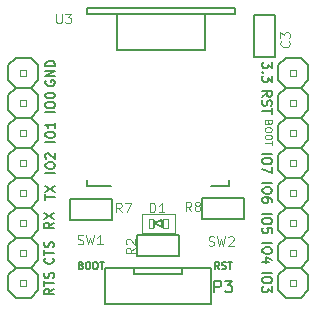
<source format=gto>
G04 #@! TF.GenerationSoftware,KiCad,Pcbnew,(5.1.0)-1*
G04 #@! TF.CreationDate,2019-05-23T22:12:47+09:00*
G04 #@! TF.ProjectId,ble5,626c6535-2e6b-4696-9361-645f70636258,v1.4*
G04 #@! TF.SameCoordinates,Original*
G04 #@! TF.FileFunction,Legend,Top*
G04 #@! TF.FilePolarity,Positive*
%FSLAX46Y46*%
G04 Gerber Fmt 4.6, Leading zero omitted, Abs format (unit mm)*
G04 Created by KiCad (PCBNEW (5.1.0)-1) date 2019-05-23 22:12:47*
%MOMM*%
%LPD*%
G04 APERTURE LIST*
%ADD10C,0.150000*%
%ADD11C,0.200000*%
%ADD12C,0.120000*%
%ADD13C,0.180000*%
%ADD14C,0.066040*%
%ADD15C,0.127000*%
%ADD16C,0.152400*%
%ADD17C,0.100000*%
G04 APERTURE END LIST*
D10*
X130871428Y-61071428D02*
X130671428Y-60785714D01*
X130528571Y-61071428D02*
X130528571Y-60471428D01*
X130757142Y-60471428D01*
X130814285Y-60500000D01*
X130842857Y-60528571D01*
X130871428Y-60585714D01*
X130871428Y-60671428D01*
X130842857Y-60728571D01*
X130814285Y-60757142D01*
X130757142Y-60785714D01*
X130528571Y-60785714D01*
X131100000Y-61042857D02*
X131185714Y-61071428D01*
X131328571Y-61071428D01*
X131385714Y-61042857D01*
X131414285Y-61014285D01*
X131442857Y-60957142D01*
X131442857Y-60900000D01*
X131414285Y-60842857D01*
X131385714Y-60814285D01*
X131328571Y-60785714D01*
X131214285Y-60757142D01*
X131157142Y-60728571D01*
X131128571Y-60700000D01*
X131100000Y-60642857D01*
X131100000Y-60585714D01*
X131128571Y-60528571D01*
X131157142Y-60500000D01*
X131214285Y-60471428D01*
X131357142Y-60471428D01*
X131442857Y-60500000D01*
X131614285Y-60471428D02*
X131957142Y-60471428D01*
X131785714Y-61071428D02*
X131785714Y-60471428D01*
X119185714Y-60757142D02*
X119271428Y-60785714D01*
X119300000Y-60814285D01*
X119328571Y-60871428D01*
X119328571Y-60957142D01*
X119300000Y-61014285D01*
X119271428Y-61042857D01*
X119214285Y-61071428D01*
X118985714Y-61071428D01*
X118985714Y-60471428D01*
X119185714Y-60471428D01*
X119242857Y-60500000D01*
X119271428Y-60528571D01*
X119300000Y-60585714D01*
X119300000Y-60642857D01*
X119271428Y-60700000D01*
X119242857Y-60728571D01*
X119185714Y-60757142D01*
X118985714Y-60757142D01*
X119700000Y-60471428D02*
X119814285Y-60471428D01*
X119871428Y-60500000D01*
X119928571Y-60557142D01*
X119957142Y-60671428D01*
X119957142Y-60871428D01*
X119928571Y-60985714D01*
X119871428Y-61042857D01*
X119814285Y-61071428D01*
X119700000Y-61071428D01*
X119642857Y-61042857D01*
X119585714Y-60985714D01*
X119557142Y-60871428D01*
X119557142Y-60671428D01*
X119585714Y-60557142D01*
X119642857Y-60500000D01*
X119700000Y-60471428D01*
X120328571Y-60471428D02*
X120442857Y-60471428D01*
X120500000Y-60500000D01*
X120557142Y-60557142D01*
X120585714Y-60671428D01*
X120585714Y-60871428D01*
X120557142Y-60985714D01*
X120500000Y-61042857D01*
X120442857Y-61071428D01*
X120328571Y-61071428D01*
X120271428Y-61042857D01*
X120214285Y-60985714D01*
X120185714Y-60871428D01*
X120185714Y-60671428D01*
X120214285Y-60557142D01*
X120271428Y-60500000D01*
X120328571Y-60471428D01*
X120757142Y-60471428D02*
X121100000Y-60471428D01*
X120928571Y-61071428D02*
X120928571Y-60471428D01*
D11*
X135338095Y-43561904D02*
X135338095Y-44057142D01*
X135033333Y-43790476D01*
X135033333Y-43904761D01*
X134995238Y-43980952D01*
X134957142Y-44019047D01*
X134880952Y-44057142D01*
X134690476Y-44057142D01*
X134614285Y-44019047D01*
X134576190Y-43980952D01*
X134538095Y-43904761D01*
X134538095Y-43676190D01*
X134576190Y-43600000D01*
X134614285Y-43561904D01*
X134614285Y-44400000D02*
X134576190Y-44438095D01*
X134538095Y-44400000D01*
X134576190Y-44361904D01*
X134614285Y-44400000D01*
X134538095Y-44400000D01*
X135338095Y-44704761D02*
X135338095Y-45200000D01*
X135033333Y-44933333D01*
X135033333Y-45047619D01*
X134995238Y-45123809D01*
X134957142Y-45161904D01*
X134880952Y-45200000D01*
X134690476Y-45200000D01*
X134614285Y-45161904D01*
X134576190Y-45123809D01*
X134538095Y-45047619D01*
X134538095Y-44819047D01*
X134576190Y-44742857D01*
X134614285Y-44704761D01*
X134538095Y-46461904D02*
X134919047Y-46195238D01*
X134538095Y-46004761D02*
X135338095Y-46004761D01*
X135338095Y-46309523D01*
X135300000Y-46385714D01*
X135261904Y-46423809D01*
X135185714Y-46461904D01*
X135071428Y-46461904D01*
X134995238Y-46423809D01*
X134957142Y-46385714D01*
X134919047Y-46309523D01*
X134919047Y-46004761D01*
X134576190Y-46766666D02*
X134538095Y-46880952D01*
X134538095Y-47071428D01*
X134576190Y-47147619D01*
X134614285Y-47185714D01*
X134690476Y-47223809D01*
X134766666Y-47223809D01*
X134842857Y-47185714D01*
X134880952Y-47147619D01*
X134919047Y-47071428D01*
X134957142Y-46919047D01*
X134995238Y-46842857D01*
X135033333Y-46804761D01*
X135109523Y-46766666D01*
X135185714Y-46766666D01*
X135261904Y-46804761D01*
X135300000Y-46842857D01*
X135338095Y-46919047D01*
X135338095Y-47109523D01*
X135300000Y-47223809D01*
X135338095Y-47452380D02*
X135338095Y-47909523D01*
X134538095Y-47680952D02*
X135338095Y-47680952D01*
D12*
X135042857Y-48685714D02*
X135014285Y-48771428D01*
X134985714Y-48800000D01*
X134928571Y-48828571D01*
X134842857Y-48828571D01*
X134785714Y-48800000D01*
X134757142Y-48771428D01*
X134728571Y-48714285D01*
X134728571Y-48485714D01*
X135328571Y-48485714D01*
X135328571Y-48685714D01*
X135300000Y-48742857D01*
X135271428Y-48771428D01*
X135214285Y-48800000D01*
X135157142Y-48800000D01*
X135100000Y-48771428D01*
X135071428Y-48742857D01*
X135042857Y-48685714D01*
X135042857Y-48485714D01*
X135328571Y-49200000D02*
X135328571Y-49314285D01*
X135300000Y-49371428D01*
X135242857Y-49428571D01*
X135128571Y-49457142D01*
X134928571Y-49457142D01*
X134814285Y-49428571D01*
X134757142Y-49371428D01*
X134728571Y-49314285D01*
X134728571Y-49200000D01*
X134757142Y-49142857D01*
X134814285Y-49085714D01*
X134928571Y-49057142D01*
X135128571Y-49057142D01*
X135242857Y-49085714D01*
X135300000Y-49142857D01*
X135328571Y-49200000D01*
X135328571Y-49828571D02*
X135328571Y-49942857D01*
X135300000Y-50000000D01*
X135242857Y-50057142D01*
X135128571Y-50085714D01*
X134928571Y-50085714D01*
X134814285Y-50057142D01*
X134757142Y-50000000D01*
X134728571Y-49942857D01*
X134728571Y-49828571D01*
X134757142Y-49771428D01*
X134814285Y-49714285D01*
X134928571Y-49685714D01*
X135128571Y-49685714D01*
X135242857Y-49714285D01*
X135300000Y-49771428D01*
X135328571Y-49828571D01*
X135328571Y-50257142D02*
X135328571Y-50600000D01*
X134728571Y-50428571D02*
X135328571Y-50428571D01*
D11*
X134538095Y-51300000D02*
X135338095Y-51300000D01*
X135338095Y-51833333D02*
X135338095Y-51985714D01*
X135300000Y-52061904D01*
X135223809Y-52138095D01*
X135071428Y-52176190D01*
X134804761Y-52176190D01*
X134652380Y-52138095D01*
X134576190Y-52061904D01*
X134538095Y-51985714D01*
X134538095Y-51833333D01*
X134576190Y-51757142D01*
X134652380Y-51680952D01*
X134804761Y-51642857D01*
X135071428Y-51642857D01*
X135223809Y-51680952D01*
X135300000Y-51757142D01*
X135338095Y-51833333D01*
X135338095Y-52442857D02*
X135338095Y-52976190D01*
X134538095Y-52633333D01*
X134538095Y-53800000D02*
X135338095Y-53800000D01*
X135338095Y-54333333D02*
X135338095Y-54485714D01*
X135300000Y-54561904D01*
X135223809Y-54638095D01*
X135071428Y-54676190D01*
X134804761Y-54676190D01*
X134652380Y-54638095D01*
X134576190Y-54561904D01*
X134538095Y-54485714D01*
X134538095Y-54333333D01*
X134576190Y-54257142D01*
X134652380Y-54180952D01*
X134804761Y-54142857D01*
X135071428Y-54142857D01*
X135223809Y-54180952D01*
X135300000Y-54257142D01*
X135338095Y-54333333D01*
X135338095Y-55361904D02*
X135338095Y-55209523D01*
X135300000Y-55133333D01*
X135261904Y-55095238D01*
X135147619Y-55019047D01*
X134995238Y-54980952D01*
X134690476Y-54980952D01*
X134614285Y-55019047D01*
X134576190Y-55057142D01*
X134538095Y-55133333D01*
X134538095Y-55285714D01*
X134576190Y-55361904D01*
X134614285Y-55400000D01*
X134690476Y-55438095D01*
X134880952Y-55438095D01*
X134957142Y-55400000D01*
X134995238Y-55361904D01*
X135033333Y-55285714D01*
X135033333Y-55133333D01*
X134995238Y-55057142D01*
X134957142Y-55019047D01*
X134880952Y-54980952D01*
X134538095Y-56400000D02*
X135338095Y-56400000D01*
X135338095Y-56933333D02*
X135338095Y-57085714D01*
X135300000Y-57161904D01*
X135223809Y-57238095D01*
X135071428Y-57276190D01*
X134804761Y-57276190D01*
X134652380Y-57238095D01*
X134576190Y-57161904D01*
X134538095Y-57085714D01*
X134538095Y-56933333D01*
X134576190Y-56857142D01*
X134652380Y-56780952D01*
X134804761Y-56742857D01*
X135071428Y-56742857D01*
X135223809Y-56780952D01*
X135300000Y-56857142D01*
X135338095Y-56933333D01*
X135338095Y-58000000D02*
X135338095Y-57619047D01*
X134957142Y-57580952D01*
X134995238Y-57619047D01*
X135033333Y-57695238D01*
X135033333Y-57885714D01*
X134995238Y-57961904D01*
X134957142Y-58000000D01*
X134880952Y-58038095D01*
X134690476Y-58038095D01*
X134614285Y-58000000D01*
X134576190Y-57961904D01*
X134538095Y-57885714D01*
X134538095Y-57695238D01*
X134576190Y-57619047D01*
X134614285Y-57580952D01*
X134538095Y-58900000D02*
X135338095Y-58900000D01*
X135338095Y-59433333D02*
X135338095Y-59585714D01*
X135300000Y-59661904D01*
X135223809Y-59738095D01*
X135071428Y-59776190D01*
X134804761Y-59776190D01*
X134652380Y-59738095D01*
X134576190Y-59661904D01*
X134538095Y-59585714D01*
X134538095Y-59433333D01*
X134576190Y-59357142D01*
X134652380Y-59280952D01*
X134804761Y-59242857D01*
X135071428Y-59242857D01*
X135223809Y-59280952D01*
X135300000Y-59357142D01*
X135338095Y-59433333D01*
X135071428Y-60461904D02*
X134538095Y-60461904D01*
X135376190Y-60271428D02*
X134804761Y-60080952D01*
X134804761Y-60576190D01*
X134538095Y-61400000D02*
X135338095Y-61400000D01*
X135338095Y-61933333D02*
X135338095Y-62085714D01*
X135300000Y-62161904D01*
X135223809Y-62238095D01*
X135071428Y-62276190D01*
X134804761Y-62276190D01*
X134652380Y-62238095D01*
X134576190Y-62161904D01*
X134538095Y-62085714D01*
X134538095Y-61933333D01*
X134576190Y-61857142D01*
X134652380Y-61780952D01*
X134804761Y-61742857D01*
X135071428Y-61742857D01*
X135223809Y-61780952D01*
X135300000Y-61857142D01*
X135338095Y-61933333D01*
X135338095Y-62542857D02*
X135338095Y-63038095D01*
X135033333Y-62771428D01*
X135033333Y-62885714D01*
X134995238Y-62961904D01*
X134957142Y-63000000D01*
X134880952Y-63038095D01*
X134690476Y-63038095D01*
X134614285Y-63000000D01*
X134576190Y-62961904D01*
X134538095Y-62885714D01*
X134538095Y-62657142D01*
X134576190Y-62580952D01*
X134614285Y-62542857D01*
X116861904Y-62738095D02*
X116480952Y-63004761D01*
X116861904Y-63195238D02*
X116061904Y-63195238D01*
X116061904Y-62890476D01*
X116100000Y-62814285D01*
X116138095Y-62776190D01*
X116214285Y-62738095D01*
X116328571Y-62738095D01*
X116404761Y-62776190D01*
X116442857Y-62814285D01*
X116480952Y-62890476D01*
X116480952Y-63195238D01*
X116061904Y-62509523D02*
X116061904Y-62052380D01*
X116861904Y-62280952D02*
X116061904Y-62280952D01*
X116823809Y-61823809D02*
X116861904Y-61709523D01*
X116861904Y-61519047D01*
X116823809Y-61442857D01*
X116785714Y-61404761D01*
X116709523Y-61366666D01*
X116633333Y-61366666D01*
X116557142Y-61404761D01*
X116519047Y-61442857D01*
X116480952Y-61519047D01*
X116442857Y-61671428D01*
X116404761Y-61747619D01*
X116366666Y-61785714D01*
X116290476Y-61823809D01*
X116214285Y-61823809D01*
X116138095Y-61785714D01*
X116100000Y-61747619D01*
X116061904Y-61671428D01*
X116061904Y-61480952D01*
X116100000Y-61366666D01*
X116785714Y-60138095D02*
X116823809Y-60176190D01*
X116861904Y-60290476D01*
X116861904Y-60366666D01*
X116823809Y-60480952D01*
X116747619Y-60557142D01*
X116671428Y-60595238D01*
X116519047Y-60633333D01*
X116404761Y-60633333D01*
X116252380Y-60595238D01*
X116176190Y-60557142D01*
X116100000Y-60480952D01*
X116061904Y-60366666D01*
X116061904Y-60290476D01*
X116100000Y-60176190D01*
X116138095Y-60138095D01*
X116061904Y-59909523D02*
X116061904Y-59452380D01*
X116861904Y-59680952D02*
X116061904Y-59680952D01*
X116823809Y-59223809D02*
X116861904Y-59109523D01*
X116861904Y-58919047D01*
X116823809Y-58842857D01*
X116785714Y-58804761D01*
X116709523Y-58766666D01*
X116633333Y-58766666D01*
X116557142Y-58804761D01*
X116519047Y-58842857D01*
X116480952Y-58919047D01*
X116442857Y-59071428D01*
X116404761Y-59147619D01*
X116366666Y-59185714D01*
X116290476Y-59223809D01*
X116214285Y-59223809D01*
X116138095Y-59185714D01*
X116100000Y-59147619D01*
X116061904Y-59071428D01*
X116061904Y-58880952D01*
X116100000Y-58766666D01*
X116861904Y-57133333D02*
X116480952Y-57400000D01*
X116861904Y-57590476D02*
X116061904Y-57590476D01*
X116061904Y-57285714D01*
X116100000Y-57209523D01*
X116138095Y-57171428D01*
X116214285Y-57133333D01*
X116328571Y-57133333D01*
X116404761Y-57171428D01*
X116442857Y-57209523D01*
X116480952Y-57285714D01*
X116480952Y-57590476D01*
X116061904Y-56866666D02*
X116861904Y-56333333D01*
X116061904Y-56333333D02*
X116861904Y-56866666D01*
X116161904Y-55209523D02*
X116161904Y-54752380D01*
X116961904Y-54980952D02*
X116161904Y-54980952D01*
X116161904Y-54561904D02*
X116961904Y-54028571D01*
X116161904Y-54028571D02*
X116961904Y-54561904D01*
X116961904Y-52900000D02*
X116161904Y-52900000D01*
X116161904Y-52366666D02*
X116161904Y-52214285D01*
X116200000Y-52138095D01*
X116276190Y-52061904D01*
X116428571Y-52023809D01*
X116695238Y-52023809D01*
X116847619Y-52061904D01*
X116923809Y-52138095D01*
X116961904Y-52214285D01*
X116961904Y-52366666D01*
X116923809Y-52442857D01*
X116847619Y-52519047D01*
X116695238Y-52557142D01*
X116428571Y-52557142D01*
X116276190Y-52519047D01*
X116200000Y-52442857D01*
X116161904Y-52366666D01*
X116238095Y-51719047D02*
X116200000Y-51680952D01*
X116161904Y-51604761D01*
X116161904Y-51414285D01*
X116200000Y-51338095D01*
X116238095Y-51300000D01*
X116314285Y-51261904D01*
X116390476Y-51261904D01*
X116504761Y-51300000D01*
X116961904Y-51757142D01*
X116961904Y-51261904D01*
X116961904Y-50300000D02*
X116161904Y-50300000D01*
X116161904Y-49766666D02*
X116161904Y-49614285D01*
X116200000Y-49538095D01*
X116276190Y-49461904D01*
X116428571Y-49423809D01*
X116695238Y-49423809D01*
X116847619Y-49461904D01*
X116923809Y-49538095D01*
X116961904Y-49614285D01*
X116961904Y-49766666D01*
X116923809Y-49842857D01*
X116847619Y-49919047D01*
X116695238Y-49957142D01*
X116428571Y-49957142D01*
X116276190Y-49919047D01*
X116200000Y-49842857D01*
X116161904Y-49766666D01*
X116961904Y-48661904D02*
X116961904Y-49119047D01*
X116961904Y-48890476D02*
X116161904Y-48890476D01*
X116276190Y-48966666D01*
X116352380Y-49042857D01*
X116390476Y-49119047D01*
X116961904Y-47800000D02*
X116161904Y-47800000D01*
X116161904Y-47266666D02*
X116161904Y-47114285D01*
X116200000Y-47038095D01*
X116276190Y-46961904D01*
X116428571Y-46923809D01*
X116695238Y-46923809D01*
X116847619Y-46961904D01*
X116923809Y-47038095D01*
X116961904Y-47114285D01*
X116961904Y-47266666D01*
X116923809Y-47342857D01*
X116847619Y-47419047D01*
X116695238Y-47457142D01*
X116428571Y-47457142D01*
X116276190Y-47419047D01*
X116200000Y-47342857D01*
X116161904Y-47266666D01*
X116161904Y-46428571D02*
X116161904Y-46352380D01*
X116200000Y-46276190D01*
X116238095Y-46238095D01*
X116314285Y-46200000D01*
X116466666Y-46161904D01*
X116657142Y-46161904D01*
X116809523Y-46200000D01*
X116885714Y-46238095D01*
X116923809Y-46276190D01*
X116961904Y-46352380D01*
X116961904Y-46428571D01*
X116923809Y-46504761D01*
X116885714Y-46542857D01*
X116809523Y-46580952D01*
X116657142Y-46619047D01*
X116466666Y-46619047D01*
X116314285Y-46580952D01*
X116238095Y-46542857D01*
X116200000Y-46504761D01*
X116161904Y-46428571D01*
X116200000Y-45109523D02*
X116161904Y-45185714D01*
X116161904Y-45300000D01*
X116200000Y-45414285D01*
X116276190Y-45490476D01*
X116352380Y-45528571D01*
X116504761Y-45566666D01*
X116619047Y-45566666D01*
X116771428Y-45528571D01*
X116847619Y-45490476D01*
X116923809Y-45414285D01*
X116961904Y-45300000D01*
X116961904Y-45223809D01*
X116923809Y-45109523D01*
X116885714Y-45071428D01*
X116619047Y-45071428D01*
X116619047Y-45223809D01*
X116961904Y-44728571D02*
X116161904Y-44728571D01*
X116961904Y-44271428D01*
X116161904Y-44271428D01*
X116961904Y-43890476D02*
X116161904Y-43890476D01*
X116161904Y-43700000D01*
X116200000Y-43585714D01*
X116276190Y-43509523D01*
X116352380Y-43471428D01*
X116504761Y-43433333D01*
X116619047Y-43433333D01*
X116771428Y-43471428D01*
X116847619Y-43509523D01*
X116923809Y-43585714D01*
X116961904Y-43700000D01*
X116961904Y-43890476D01*
D13*
X135589000Y-43078000D02*
X133811000Y-43078000D01*
X135589000Y-39522000D02*
X135589000Y-43078000D01*
X133811000Y-39522000D02*
X135589000Y-39522000D01*
X133811000Y-43078000D02*
X133811000Y-39522000D01*
X123922000Y-58211000D02*
X127478000Y-58211000D01*
X127478000Y-58211000D02*
X127478000Y-59989000D01*
X127478000Y-59989000D02*
X123922000Y-59989000D01*
X123922000Y-59989000D02*
X123922000Y-58211000D01*
D14*
X126497560Y-56801220D02*
X126149580Y-56801220D01*
X126149580Y-56801220D02*
X126149580Y-57598780D01*
X126497560Y-57598780D02*
X126149580Y-57598780D01*
X126497560Y-56801220D02*
X126497560Y-57598780D01*
X125250420Y-56801220D02*
X124902440Y-56801220D01*
X124902440Y-56801220D02*
X124902440Y-57598780D01*
X125250420Y-57598780D02*
X124902440Y-57598780D01*
X125250420Y-56801220D02*
X125250420Y-57598780D01*
X127099540Y-56402440D02*
X124300460Y-56402440D01*
X124300460Y-56402440D02*
X124300460Y-57997560D01*
X127099540Y-57997560D02*
X124300460Y-57997560D01*
X127099540Y-56402440D02*
X127099540Y-57997560D01*
D15*
X125382500Y-57517500D02*
X125382500Y-56882500D01*
X125382500Y-57200000D02*
X126017500Y-57517500D01*
X126017500Y-57517500D02*
X126017500Y-56882500D01*
X126017500Y-56882500D02*
X125382500Y-57200000D01*
D14*
X114046000Y-59436000D02*
X114046000Y-59944000D01*
X114046000Y-59944000D02*
X114554000Y-59944000D01*
X114554000Y-59436000D02*
X114554000Y-59944000D01*
X114046000Y-59436000D02*
X114554000Y-59436000D01*
X114046000Y-56896000D02*
X114046000Y-57404000D01*
X114046000Y-57404000D02*
X114554000Y-57404000D01*
X114554000Y-56896000D02*
X114554000Y-57404000D01*
X114046000Y-56896000D02*
X114554000Y-56896000D01*
X114046000Y-54356000D02*
X114046000Y-54864000D01*
X114046000Y-54864000D02*
X114554000Y-54864000D01*
X114554000Y-54356000D02*
X114554000Y-54864000D01*
X114046000Y-54356000D02*
X114554000Y-54356000D01*
X114046000Y-51816000D02*
X114046000Y-52324000D01*
X114046000Y-52324000D02*
X114554000Y-52324000D01*
X114554000Y-51816000D02*
X114554000Y-52324000D01*
X114046000Y-51816000D02*
X114554000Y-51816000D01*
X114046000Y-49276000D02*
X114046000Y-49784000D01*
X114046000Y-49784000D02*
X114554000Y-49784000D01*
X114554000Y-49276000D02*
X114554000Y-49784000D01*
X114046000Y-49276000D02*
X114554000Y-49276000D01*
X114046000Y-46736000D02*
X114046000Y-47244000D01*
X114046000Y-47244000D02*
X114554000Y-47244000D01*
X114554000Y-46736000D02*
X114554000Y-47244000D01*
X114046000Y-46736000D02*
X114554000Y-46736000D01*
X114046000Y-44196000D02*
X114046000Y-44704000D01*
X114046000Y-44704000D02*
X114554000Y-44704000D01*
X114554000Y-44196000D02*
X114554000Y-44704000D01*
X114046000Y-44196000D02*
X114554000Y-44196000D01*
X114046000Y-61976000D02*
X114046000Y-62484000D01*
X114046000Y-62484000D02*
X114554000Y-62484000D01*
X114554000Y-61976000D02*
X114554000Y-62484000D01*
X114046000Y-61976000D02*
X114554000Y-61976000D01*
D16*
X115570000Y-59055000D02*
X115570000Y-60325000D01*
X115570000Y-60325000D02*
X114935000Y-60960000D01*
X114935000Y-60960000D02*
X113665000Y-60960000D01*
X113665000Y-60960000D02*
X113030000Y-60325000D01*
X114935000Y-55880000D02*
X115570000Y-56515000D01*
X115570000Y-56515000D02*
X115570000Y-57785000D01*
X115570000Y-57785000D02*
X114935000Y-58420000D01*
X114935000Y-58420000D02*
X113665000Y-58420000D01*
X113665000Y-58420000D02*
X113030000Y-57785000D01*
X113030000Y-57785000D02*
X113030000Y-56515000D01*
X113030000Y-56515000D02*
X113665000Y-55880000D01*
X115570000Y-59055000D02*
X114935000Y-58420000D01*
X113665000Y-58420000D02*
X113030000Y-59055000D01*
X113030000Y-60325000D02*
X113030000Y-59055000D01*
X115570000Y-51435000D02*
X115570000Y-52705000D01*
X115570000Y-52705000D02*
X114935000Y-53340000D01*
X114935000Y-53340000D02*
X113665000Y-53340000D01*
X113665000Y-53340000D02*
X113030000Y-52705000D01*
X114935000Y-53340000D02*
X115570000Y-53975000D01*
X115570000Y-53975000D02*
X115570000Y-55245000D01*
X115570000Y-55245000D02*
X114935000Y-55880000D01*
X114935000Y-55880000D02*
X113665000Y-55880000D01*
X113665000Y-55880000D02*
X113030000Y-55245000D01*
X113030000Y-55245000D02*
X113030000Y-53975000D01*
X113030000Y-53975000D02*
X113665000Y-53340000D01*
X114935000Y-48260000D02*
X115570000Y-48895000D01*
X115570000Y-48895000D02*
X115570000Y-50165000D01*
X115570000Y-50165000D02*
X114935000Y-50800000D01*
X114935000Y-50800000D02*
X113665000Y-50800000D01*
X113665000Y-50800000D02*
X113030000Y-50165000D01*
X113030000Y-50165000D02*
X113030000Y-48895000D01*
X113030000Y-48895000D02*
X113665000Y-48260000D01*
X115570000Y-51435000D02*
X114935000Y-50800000D01*
X113665000Y-50800000D02*
X113030000Y-51435000D01*
X113030000Y-52705000D02*
X113030000Y-51435000D01*
X115570000Y-43815000D02*
X115570000Y-45085000D01*
X115570000Y-45085000D02*
X114935000Y-45720000D01*
X114935000Y-45720000D02*
X113665000Y-45720000D01*
X113665000Y-45720000D02*
X113030000Y-45085000D01*
X114935000Y-45720000D02*
X115570000Y-46355000D01*
X115570000Y-46355000D02*
X115570000Y-47625000D01*
X115570000Y-47625000D02*
X114935000Y-48260000D01*
X114935000Y-48260000D02*
X113665000Y-48260000D01*
X113665000Y-48260000D02*
X113030000Y-47625000D01*
X113030000Y-47625000D02*
X113030000Y-46355000D01*
X113030000Y-46355000D02*
X113665000Y-45720000D01*
X114935000Y-43180000D02*
X113665000Y-43180000D01*
X115570000Y-43815000D02*
X114935000Y-43180000D01*
X113665000Y-43180000D02*
X113030000Y-43815000D01*
X113030000Y-45085000D02*
X113030000Y-43815000D01*
X115570000Y-61595000D02*
X115570000Y-62865000D01*
X115570000Y-62865000D02*
X114935000Y-63500000D01*
X114935000Y-63500000D02*
X113665000Y-63500000D01*
X113665000Y-63500000D02*
X113030000Y-62865000D01*
X115570000Y-61595000D02*
X114935000Y-60960000D01*
X113665000Y-60960000D02*
X113030000Y-61595000D01*
X113030000Y-62865000D02*
X113030000Y-61595000D01*
X138430000Y-43815000D02*
X138430000Y-45085000D01*
X137795000Y-45720000D02*
X138430000Y-45085000D01*
X135890000Y-45085000D02*
X136525000Y-45720000D01*
X137795000Y-43180000D02*
X138430000Y-43815000D01*
X136525000Y-43180000D02*
X137795000Y-43180000D01*
X135890000Y-43815000D02*
X136525000Y-43180000D01*
X135890000Y-45085000D02*
X135890000Y-43815000D01*
X138430000Y-61595000D02*
X138430000Y-62865000D01*
X137795000Y-63500000D02*
X138430000Y-62865000D01*
X135890000Y-62865000D02*
X136525000Y-63500000D01*
X136525000Y-63500000D02*
X137795000Y-63500000D01*
X138430000Y-60325000D02*
X137795000Y-60960000D01*
X138430000Y-59055000D02*
X138430000Y-60325000D01*
X137795000Y-58420000D02*
X138430000Y-59055000D01*
X136525000Y-58420000D02*
X137795000Y-58420000D01*
X135890000Y-59055000D02*
X136525000Y-58420000D01*
X135890000Y-60325000D02*
X135890000Y-59055000D01*
X136525000Y-60960000D02*
X135890000Y-60325000D01*
X137795000Y-60960000D02*
X138430000Y-61595000D01*
X136525000Y-60960000D02*
X137795000Y-60960000D01*
X135890000Y-61595000D02*
X136525000Y-60960000D01*
X135890000Y-62865000D02*
X135890000Y-61595000D01*
X138430000Y-53975000D02*
X138430000Y-55245000D01*
X137795000Y-55880000D02*
X138430000Y-55245000D01*
X135890000Y-55245000D02*
X136525000Y-55880000D01*
X138430000Y-57785000D02*
X137795000Y-58420000D01*
X138430000Y-56515000D02*
X138430000Y-57785000D01*
X137795000Y-55880000D02*
X138430000Y-56515000D01*
X136525000Y-55880000D02*
X137795000Y-55880000D01*
X135890000Y-56515000D02*
X136525000Y-55880000D01*
X135890000Y-57785000D02*
X135890000Y-56515000D01*
X136525000Y-58420000D02*
X135890000Y-57785000D01*
X138430000Y-52705000D02*
X137795000Y-53340000D01*
X138430000Y-51435000D02*
X138430000Y-52705000D01*
X137795000Y-50800000D02*
X138430000Y-51435000D01*
X136525000Y-50800000D02*
X137795000Y-50800000D01*
X135890000Y-51435000D02*
X136525000Y-50800000D01*
X135890000Y-52705000D02*
X135890000Y-51435000D01*
X136525000Y-53340000D02*
X135890000Y-52705000D01*
X137795000Y-53340000D02*
X138430000Y-53975000D01*
X136525000Y-53340000D02*
X137795000Y-53340000D01*
X135890000Y-53975000D02*
X136525000Y-53340000D01*
X135890000Y-55245000D02*
X135890000Y-53975000D01*
X138430000Y-46355000D02*
X138430000Y-47625000D01*
X137795000Y-48260000D02*
X138430000Y-47625000D01*
X135890000Y-47625000D02*
X136525000Y-48260000D01*
X138430000Y-50165000D02*
X137795000Y-50800000D01*
X138430000Y-48895000D02*
X138430000Y-50165000D01*
X137795000Y-48260000D02*
X138430000Y-48895000D01*
X136525000Y-48260000D02*
X137795000Y-48260000D01*
X135890000Y-48895000D02*
X136525000Y-48260000D01*
X135890000Y-50165000D02*
X135890000Y-48895000D01*
X136525000Y-50800000D02*
X135890000Y-50165000D01*
X137795000Y-45720000D02*
X138430000Y-46355000D01*
X136525000Y-45720000D02*
X137795000Y-45720000D01*
X135890000Y-46355000D02*
X136525000Y-45720000D01*
X135890000Y-47625000D02*
X135890000Y-46355000D01*
D14*
X137414000Y-44704000D02*
X136906000Y-44704000D01*
X136906000Y-44704000D02*
X136906000Y-44196000D01*
X137414000Y-44196000D02*
X136906000Y-44196000D01*
X137414000Y-44704000D02*
X137414000Y-44196000D01*
X137414000Y-62484000D02*
X136906000Y-62484000D01*
X136906000Y-62484000D02*
X136906000Y-61976000D01*
X137414000Y-61976000D02*
X136906000Y-61976000D01*
X137414000Y-62484000D02*
X137414000Y-61976000D01*
X137414000Y-59944000D02*
X136906000Y-59944000D01*
X136906000Y-59944000D02*
X136906000Y-59436000D01*
X137414000Y-59436000D02*
X136906000Y-59436000D01*
X137414000Y-59944000D02*
X137414000Y-59436000D01*
X137414000Y-57404000D02*
X136906000Y-57404000D01*
X136906000Y-57404000D02*
X136906000Y-56896000D01*
X137414000Y-56896000D02*
X136906000Y-56896000D01*
X137414000Y-57404000D02*
X137414000Y-56896000D01*
X137414000Y-54864000D02*
X136906000Y-54864000D01*
X136906000Y-54864000D02*
X136906000Y-54356000D01*
X137414000Y-54356000D02*
X136906000Y-54356000D01*
X137414000Y-54864000D02*
X137414000Y-54356000D01*
X137414000Y-52324000D02*
X136906000Y-52324000D01*
X136906000Y-52324000D02*
X136906000Y-51816000D01*
X137414000Y-51816000D02*
X136906000Y-51816000D01*
X137414000Y-52324000D02*
X137414000Y-51816000D01*
X137414000Y-49784000D02*
X136906000Y-49784000D01*
X136906000Y-49784000D02*
X136906000Y-49276000D01*
X137414000Y-49276000D02*
X136906000Y-49276000D01*
X137414000Y-49784000D02*
X137414000Y-49276000D01*
X137414000Y-47244000D02*
X136906000Y-47244000D01*
X136906000Y-47244000D02*
X136906000Y-46736000D01*
X137414000Y-46736000D02*
X136906000Y-46736000D01*
X137414000Y-47244000D02*
X137414000Y-46736000D01*
D13*
X121828000Y-56889000D02*
X118272000Y-56889000D01*
X118272000Y-56889000D02*
X118272000Y-55111000D01*
X118272000Y-55111000D02*
X121828000Y-55111000D01*
X121828000Y-55111000D02*
X121828000Y-56889000D01*
X132978000Y-55011000D02*
X132978000Y-56789000D01*
X129422000Y-55011000D02*
X132978000Y-55011000D01*
X129422000Y-56789000D02*
X129422000Y-55011000D01*
X132978000Y-56789000D02*
X129422000Y-56789000D01*
D10*
X122200000Y-39500000D02*
X122200000Y-42500000D01*
X122200000Y-42500000D02*
X129700000Y-42500000D01*
X129700000Y-42500000D02*
X129700000Y-39500000D01*
X129700000Y-39500000D02*
X122200000Y-39500000D01*
X119700000Y-54000000D02*
X121700000Y-54000000D01*
X130200000Y-54000000D02*
X131700000Y-54000000D01*
X132200000Y-39500000D02*
X129700000Y-39500000D01*
X122200000Y-39500000D02*
X119700000Y-39500000D01*
X132200000Y-39500000D02*
X132200000Y-39000000D01*
X132200000Y-39000000D02*
X119700000Y-39000000D01*
X119700000Y-39000000D02*
X119700000Y-39500000D01*
X119700000Y-54000000D02*
X119700000Y-53500000D01*
X131700000Y-54000000D02*
X131700000Y-53500000D01*
X123700000Y-61000000D02*
X123700000Y-61500000D01*
X123700000Y-61500000D02*
X127700000Y-61500000D01*
X127700000Y-61500000D02*
X127700000Y-61000000D01*
X125700000Y-61000000D02*
X130200000Y-61000000D01*
X130200000Y-61000000D02*
X130200000Y-64000000D01*
X130200000Y-64000000D02*
X121200000Y-64000000D01*
X121200000Y-64000000D02*
X121200000Y-61000000D01*
X121200000Y-61000000D02*
X125700000Y-61000000D01*
D17*
X136785714Y-41787380D02*
X136823809Y-41825476D01*
X136861904Y-41939761D01*
X136861904Y-42015952D01*
X136823809Y-42130238D01*
X136747619Y-42206428D01*
X136671428Y-42244523D01*
X136519047Y-42282619D01*
X136404761Y-42282619D01*
X136252380Y-42244523D01*
X136176190Y-42206428D01*
X136100000Y-42130238D01*
X136061904Y-42015952D01*
X136061904Y-41939761D01*
X136100000Y-41825476D01*
X136138095Y-41787380D01*
X136061904Y-41520714D02*
X136061904Y-41025476D01*
X136366666Y-41292142D01*
X136366666Y-41177857D01*
X136404761Y-41101666D01*
X136442857Y-41063571D01*
X136519047Y-41025476D01*
X136709523Y-41025476D01*
X136785714Y-41063571D01*
X136823809Y-41101666D01*
X136861904Y-41177857D01*
X136861904Y-41406428D01*
X136823809Y-41482619D01*
X136785714Y-41520714D01*
X123761904Y-59287380D02*
X123380952Y-59554047D01*
X123761904Y-59744523D02*
X122961904Y-59744523D01*
X122961904Y-59439761D01*
X123000000Y-59363571D01*
X123038095Y-59325476D01*
X123114285Y-59287380D01*
X123228571Y-59287380D01*
X123304761Y-59325476D01*
X123342857Y-59363571D01*
X123380952Y-59439761D01*
X123380952Y-59744523D01*
X123038095Y-58982619D02*
X123000000Y-58944523D01*
X122961904Y-58868333D01*
X122961904Y-58677857D01*
X123000000Y-58601666D01*
X123038095Y-58563571D01*
X123114285Y-58525476D01*
X123190476Y-58525476D01*
X123304761Y-58563571D01*
X123761904Y-59020714D01*
X123761904Y-58525476D01*
X125009523Y-56261904D02*
X125009523Y-55461904D01*
X125200000Y-55461904D01*
X125314285Y-55500000D01*
X125390476Y-55576190D01*
X125428571Y-55652380D01*
X125466666Y-55804761D01*
X125466666Y-55919047D01*
X125428571Y-56071428D01*
X125390476Y-56147619D01*
X125314285Y-56223809D01*
X125200000Y-56261904D01*
X125009523Y-56261904D01*
X126228571Y-56261904D02*
X125771428Y-56261904D01*
X126000000Y-56261904D02*
X126000000Y-55461904D01*
X125923809Y-55576190D01*
X125847619Y-55652380D01*
X125771428Y-55690476D01*
X122612619Y-56261904D02*
X122345952Y-55880952D01*
X122155476Y-56261904D02*
X122155476Y-55461904D01*
X122460238Y-55461904D01*
X122536428Y-55500000D01*
X122574523Y-55538095D01*
X122612619Y-55614285D01*
X122612619Y-55728571D01*
X122574523Y-55804761D01*
X122536428Y-55842857D01*
X122460238Y-55880952D01*
X122155476Y-55880952D01*
X122879285Y-55461904D02*
X123412619Y-55461904D01*
X123069761Y-56261904D01*
X128512619Y-56161904D02*
X128245952Y-55780952D01*
X128055476Y-56161904D02*
X128055476Y-55361904D01*
X128360238Y-55361904D01*
X128436428Y-55400000D01*
X128474523Y-55438095D01*
X128512619Y-55514285D01*
X128512619Y-55628571D01*
X128474523Y-55704761D01*
X128436428Y-55742857D01*
X128360238Y-55780952D01*
X128055476Y-55780952D01*
X128969761Y-55704761D02*
X128893571Y-55666666D01*
X128855476Y-55628571D01*
X128817380Y-55552380D01*
X128817380Y-55514285D01*
X128855476Y-55438095D01*
X128893571Y-55400000D01*
X128969761Y-55361904D01*
X129122142Y-55361904D01*
X129198333Y-55400000D01*
X129236428Y-55438095D01*
X129274523Y-55514285D01*
X129274523Y-55552380D01*
X129236428Y-55628571D01*
X129198333Y-55666666D01*
X129122142Y-55704761D01*
X128969761Y-55704761D01*
X128893571Y-55742857D01*
X128855476Y-55780952D01*
X128817380Y-55857142D01*
X128817380Y-56009523D01*
X128855476Y-56085714D01*
X128893571Y-56123809D01*
X128969761Y-56161904D01*
X129122142Y-56161904D01*
X129198333Y-56123809D01*
X129236428Y-56085714D01*
X129274523Y-56009523D01*
X129274523Y-55857142D01*
X129236428Y-55780952D01*
X129198333Y-55742857D01*
X129122142Y-55704761D01*
X118883333Y-58943809D02*
X118997619Y-58981904D01*
X119188095Y-58981904D01*
X119264285Y-58943809D01*
X119302380Y-58905714D01*
X119340476Y-58829523D01*
X119340476Y-58753333D01*
X119302380Y-58677142D01*
X119264285Y-58639047D01*
X119188095Y-58600952D01*
X119035714Y-58562857D01*
X118959523Y-58524761D01*
X118921428Y-58486666D01*
X118883333Y-58410476D01*
X118883333Y-58334285D01*
X118921428Y-58258095D01*
X118959523Y-58220000D01*
X119035714Y-58181904D01*
X119226190Y-58181904D01*
X119340476Y-58220000D01*
X119607142Y-58181904D02*
X119797619Y-58981904D01*
X119950000Y-58410476D01*
X120102380Y-58981904D01*
X120292857Y-58181904D01*
X121016666Y-58981904D02*
X120559523Y-58981904D01*
X120788095Y-58981904D02*
X120788095Y-58181904D01*
X120711904Y-58296190D01*
X120635714Y-58372380D01*
X120559523Y-58410476D01*
X129983333Y-59073809D02*
X130097619Y-59111904D01*
X130288095Y-59111904D01*
X130364285Y-59073809D01*
X130402380Y-59035714D01*
X130440476Y-58959523D01*
X130440476Y-58883333D01*
X130402380Y-58807142D01*
X130364285Y-58769047D01*
X130288095Y-58730952D01*
X130135714Y-58692857D01*
X130059523Y-58654761D01*
X130021428Y-58616666D01*
X129983333Y-58540476D01*
X129983333Y-58464285D01*
X130021428Y-58388095D01*
X130059523Y-58350000D01*
X130135714Y-58311904D01*
X130326190Y-58311904D01*
X130440476Y-58350000D01*
X130707142Y-58311904D02*
X130897619Y-59111904D01*
X131050000Y-58540476D01*
X131202380Y-59111904D01*
X131392857Y-58311904D01*
X131659523Y-58388095D02*
X131697619Y-58350000D01*
X131773809Y-58311904D01*
X131964285Y-58311904D01*
X132040476Y-58350000D01*
X132078571Y-58388095D01*
X132116666Y-58464285D01*
X132116666Y-58540476D01*
X132078571Y-58654761D01*
X131621428Y-59111904D01*
X132116666Y-59111904D01*
X117090476Y-39461904D02*
X117090476Y-40109523D01*
X117128571Y-40185714D01*
X117166666Y-40223809D01*
X117242857Y-40261904D01*
X117395238Y-40261904D01*
X117471428Y-40223809D01*
X117509523Y-40185714D01*
X117547619Y-40109523D01*
X117547619Y-39461904D01*
X117852380Y-39461904D02*
X118347619Y-39461904D01*
X118080952Y-39766666D01*
X118195238Y-39766666D01*
X118271428Y-39804761D01*
X118309523Y-39842857D01*
X118347619Y-39919047D01*
X118347619Y-40109523D01*
X118309523Y-40185714D01*
X118271428Y-40223809D01*
X118195238Y-40261904D01*
X117966666Y-40261904D01*
X117890476Y-40223809D01*
X117852380Y-40185714D01*
D10*
X130461904Y-63052380D02*
X130461904Y-62052380D01*
X130842857Y-62052380D01*
X130938095Y-62100000D01*
X130985714Y-62147619D01*
X131033333Y-62242857D01*
X131033333Y-62385714D01*
X130985714Y-62480952D01*
X130938095Y-62528571D01*
X130842857Y-62576190D01*
X130461904Y-62576190D01*
X131366666Y-62052380D02*
X131985714Y-62052380D01*
X131652380Y-62433333D01*
X131795238Y-62433333D01*
X131890476Y-62480952D01*
X131938095Y-62528571D01*
X131985714Y-62623809D01*
X131985714Y-62861904D01*
X131938095Y-62957142D01*
X131890476Y-63004761D01*
X131795238Y-63052380D01*
X131509523Y-63052380D01*
X131414285Y-63004761D01*
X131366666Y-62957142D01*
M02*

</source>
